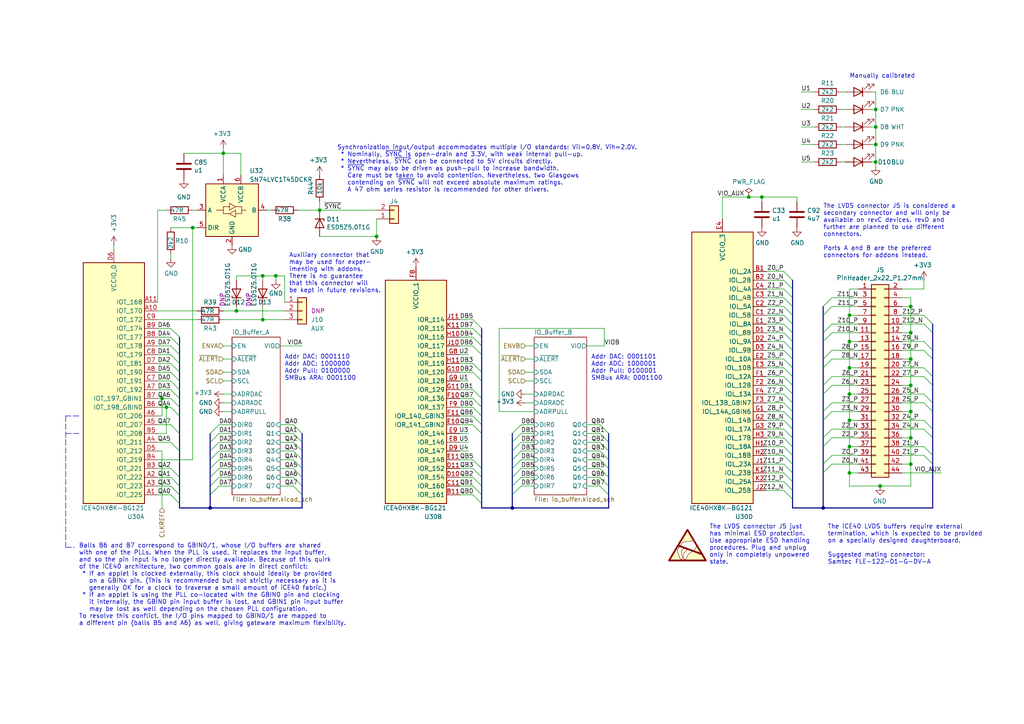
<source format=kicad_sch>
(kicad_sch (version 20211123) (generator eeschema)
  (paper "A4")
  (title_block (title "I/O Banks") (rev "C2") (company "whitequark research") (comment 1 "Glasgow debug tool"))
  (junction (at 46.99 115.57))
  (junction (at 264.16 111.76))
  (junction (at 264.16 104.14))
  (junction (at 246.38 106.68))
  (junction (at 246.38 129.54))
  (junction (at 264.16 134.62))
  (junction (at 246.38 91.44))
  (junction (at 148.59 147.32))
  (junction (at 60.96 147.32))
  (junction (at 217.17 57.15))
  (junction (at 55.88 66.04))
  (junction (at 80.01 80.01))
  (junction (at 264.16 96.52))
  (junction (at 48.26 118.11))
  (junction (at 264.16 88.9))
  (junction (at 68.58 90.17))
  (junction (at 238.76 147.32))
  (junction (at 254 31.75))
  (junction (at 254 46.99))
  (junction (at 64.77 44.45))
  (junction (at 255.27 140.97))
  (junction (at 246.38 114.3))
  (junction (at 264.16 127))
  (junction (at 109.22 68.58))
  (junction (at 246.38 121.92))
  (junction (at 254 41.91))
  (junction (at 264.16 119.38))
  (junction (at 76.2 80.01))
  (junction (at 254 36.83))
  (junction (at 246.38 99.06))
  (junction (at 76.2 92.71))
  (junction (at 220.98 57.15))
  (junction (at 246.38 137.16))
  (junction (at 92.71 60.96))
  (bus_entry (at 63.5 128.27) (size -2.54 2.54))
  (bus_entry (at 227.33 96.52) (size 2.54 2.54))
  (bus_entry (at 227.33 106.68) (size 2.54 2.54))
  (bus_entry (at 85.09 128.27) (size 2.54 2.54))
  (bus_entry (at 49.53 105.41) (size 2.54 2.54))
  (bus_entry (at 85.09 133.35) (size 2.54 2.54))
  (bus_entry (at 227.33 142.24) (size 2.54 2.54))
  (bus_entry (at 227.33 134.62) (size 2.54 2.54))
  (bus_entry (at 267.97 129.54) (size 2.54 2.54))
  (bus_entry (at 267.97 106.68) (size 2.54 2.54))
  (bus_entry (at 49.53 143.51) (size 2.54 2.54))
  (bus_entry (at 63.5 123.19) (size -2.54 2.54))
  (bus_entry (at 227.33 137.16) (size 2.54 2.54))
  (bus_entry (at 137.16 120.65) (size 2.54 2.54))
  (bus_entry (at 137.16 107.95) (size 2.54 2.54))
  (bus_entry (at 227.33 116.84) (size 2.54 2.54))
  (bus_entry (at 137.16 97.79) (size 2.54 2.54))
  (bus_entry (at 173.99 140.97) (size 2.54 2.54))
  (bus_entry (at 49.53 123.19) (size 2.54 2.54))
  (bus_entry (at 85.09 123.19) (size 2.54 2.54))
  (bus_entry (at 151.13 130.81) (size -2.54 2.54))
  (bus_entry (at 137.16 95.25) (size 2.54 2.54))
  (bus_entry (at 241.3 86.36) (size -2.54 2.54))
  (bus_entry (at 63.5 135.89) (size -2.54 2.54))
  (bus_entry (at 227.33 88.9) (size 2.54 2.54))
  (bus_entry (at 227.33 124.46) (size 2.54 2.54))
  (bus_entry (at 49.53 140.97) (size 2.54 2.54))
  (bus_entry (at 241.3 124.46) (size -2.54 2.54))
  (bus_entry (at 227.33 91.44) (size 2.54 2.54))
  (bus_entry (at 227.33 114.3) (size 2.54 2.54))
  (bus_entry (at 227.33 111.76) (size 2.54 2.54))
  (bus_entry (at 85.09 125.73) (size 2.54 2.54))
  (bus_entry (at 227.33 109.22) (size 2.54 2.54))
  (bus_entry (at 227.33 101.6) (size 2.54 2.54))
  (bus_entry (at 49.53 113.03) (size 2.54 2.54))
  (bus_entry (at 49.53 95.25) (size 2.54 2.54))
  (bus_entry (at 227.33 83.82) (size 2.54 2.54))
  (bus_entry (at 49.53 100.33) (size 2.54 2.54))
  (bus_entry (at 85.09 135.89) (size 2.54 2.54))
  (bus_entry (at 137.16 118.11) (size 2.54 2.54))
  (bus_entry (at 241.3 104.14) (size -2.54 2.54))
  (bus_entry (at 227.33 121.92) (size 2.54 2.54))
  (bus_entry (at 173.99 130.81) (size 2.54 2.54))
  (bus_entry (at 151.13 135.89) (size -2.54 2.54))
  (bus_entry (at 63.5 125.73) (size -2.54 2.54))
  (bus_entry (at 63.5 140.97) (size -2.54 2.54))
  (bus_entry (at 267.97 132.08) (size 2.54 2.54))
  (bus_entry (at 49.53 135.89) (size 2.54 2.54))
  (bus_entry (at 63.5 133.35) (size -2.54 2.54))
  (bus_entry (at 267.97 121.92) (size 2.54 2.54))
  (bus_entry (at 241.3 111.76) (size -2.54 2.54))
  (bus_entry (at 85.09 138.43) (size 2.54 2.54))
  (bus_entry (at 137.16 115.57) (size 2.54 2.54))
  (bus_entry (at 267.97 91.44) (size 2.54 2.54))
  (bus_entry (at 49.53 128.27) (size 2.54 2.54))
  (bus_entry (at 173.99 128.27) (size 2.54 2.54))
  (bus_entry (at 49.53 110.49) (size 2.54 2.54))
  (bus_entry (at 227.33 104.14) (size 2.54 2.54))
  (bus_entry (at 137.16 135.89) (size 2.54 2.54))
  (bus_entry (at 137.16 123.19) (size 2.54 2.54))
  (bus_entry (at 267.97 109.22) (size 2.54 2.54))
  (bus_entry (at 267.97 101.6) (size 2.54 2.54))
  (bus_entry (at 173.99 135.89) (size 2.54 2.54))
  (bus_entry (at 49.53 118.11) (size 2.54 2.54))
  (bus_entry (at 173.99 125.73) (size 2.54 2.54))
  (bus_entry (at 267.97 116.84) (size 2.54 2.54))
  (bus_entry (at 151.13 123.19) (size -2.54 2.54))
  (bus_entry (at 173.99 123.19) (size 2.54 2.54))
  (bus_entry (at 267.97 124.46) (size 2.54 2.54))
  (bus_entry (at 63.5 130.81) (size -2.54 2.54))
  (bus_entry (at 241.3 93.98) (size -2.54 2.54))
  (bus_entry (at 137.16 140.97) (size 2.54 2.54))
  (bus_entry (at 49.53 115.57) (size 2.54 2.54))
  (bus_entry (at 151.13 133.35) (size -2.54 2.54))
  (bus_entry (at 227.33 78.74) (size 2.54 2.54))
  (bus_entry (at 241.3 109.22) (size -2.54 2.54))
  (bus_entry (at 85.09 130.81) (size 2.54 2.54))
  (bus_entry (at 241.3 101.6) (size -2.54 2.54))
  (bus_entry (at 267.97 114.3) (size 2.54 2.54))
  (bus_entry (at 227.33 139.7) (size 2.54 2.54))
  (bus_entry (at 241.3 88.9) (size -2.54 2.54))
  (bus_entry (at 173.99 133.35) (size 2.54 2.54))
  (bus_entry (at 137.16 92.71) (size 2.54 2.54))
  (bus_entry (at 241.3 127) (size -2.54 2.54))
  (bus_entry (at 227.33 119.38) (size 2.54 2.54))
  (bus_entry (at 267.97 93.98) (size 2.54 2.54))
  (bus_entry (at 137.16 113.03) (size 2.54 2.54))
  (bus_entry (at 227.33 93.98) (size 2.54 2.54))
  (bus_entry (at 227.33 99.06) (size 2.54 2.54))
  (bus_entry (at 137.16 143.51) (size 2.54 2.54))
  (bus_entry (at 137.16 133.35) (size 2.54 2.54))
  (bus_entry (at 241.3 96.52) (size -2.54 2.54))
  (bus_entry (at 151.13 125.73) (size -2.54 2.54))
  (bus_entry (at 241.3 116.84) (size -2.54 2.54))
  (bus_entry (at 227.33 132.08) (size 2.54 2.54))
  (bus_entry (at 49.53 102.87) (size 2.54 2.54))
  (bus_entry (at 151.13 140.97) (size -2.54 2.54))
  (bus_entry (at 49.53 97.79) (size 2.54 2.54))
  (bus_entry (at 85.09 140.97) (size 2.54 2.54))
  (bus_entry (at 241.3 134.62) (size -2.54 2.54))
  (bus_entry (at 227.33 81.28) (size 2.54 2.54))
  (bus_entry (at 137.16 105.41) (size 2.54 2.54))
  (bus_entry (at 151.13 138.43) (size -2.54 2.54))
  (bus_entry (at 241.3 132.08) (size -2.54 2.54))
  (bus_entry (at 241.3 119.38) (size -2.54 2.54))
  (bus_entry (at 49.53 138.43) (size 2.54 2.54))
  (bus_entry (at 227.33 127) (size 2.54 2.54))
  (bus_entry (at 63.5 138.43) (size -2.54 2.54))
  (bus_entry (at 227.33 86.36) (size 2.54 2.54))
  (bus_entry (at 137.16 138.43) (size 2.54 2.54))
  (bus_entry (at 49.53 107.95) (size 2.54 2.54))
  (bus_entry (at 151.13 128.27) (size -2.54 2.54))
  (bus_entry (at 173.99 138.43) (size 2.54 2.54))
  (bus_entry (at 137.16 100.33) (size 2.54 2.54))
  (bus_entry (at 227.33 129.54) (size 2.54 2.54))
  (bus_entry (at 267.97 99.06) (size 2.54 2.54))
  (bus (pts (xy 52.07 147.32) (xy 60.96 147.32)))
  (wire (pts (xy 245.11 46.99) (xy 243.84 46.99)))
  (bus (pts (xy 229.87 127) (xy 229.87 129.54)))
  (wire (pts (xy 133.35 110.49) (xy 135.89 110.49)))
  (bus (pts (xy 60.96 133.35) (xy 60.96 135.89)))
  (wire (pts (xy 33.02 72.39) (xy 33.02 71.12)))
  (bus (pts (xy 238.76 127) (xy 238.76 129.54)))
  (bus (pts (xy 229.87 86.36) (xy 229.87 88.9)))
  (bus (pts (xy 139.7 135.89) (xy 139.7 138.43)))
  (wire (pts (xy 252.73 46.99) (xy 254 46.99)))
  (bus (pts (xy 60.96 143.51) (xy 60.96 147.32)))
  (wire (pts (xy 261.62 121.92) (xy 267.97 121.92)))
  (wire (pts (xy 76.2 88.9) (xy 76.2 92.71)))
  (wire (pts (xy 144.78 119.38) (xy 154.94 119.38)))
  (bus (pts (xy 87.63 128.27) (xy 87.63 130.81)))
  (wire (pts (xy 133.35 125.73) (xy 135.89 125.73)))
  (bus (pts (xy 176.53 140.97) (xy 176.53 143.51)))
  (wire (pts (xy 64.77 92.71) (xy 76.2 92.71)))
  (wire (pts (xy 55.88 60.96) (xy 57.15 60.96)))
  (wire (pts (xy 109.22 63.5) (xy 109.22 68.58)))
  (wire (pts (xy 248.92 121.92) (xy 246.38 121.92)))
  (bus (pts (xy 270.51 124.46) (xy 270.51 127)))
  (wire (pts (xy 137.16 115.57) (xy 133.35 115.57)))
  (wire (pts (xy 49.53 105.41) (xy 45.72 105.41)))
  (wire (pts (xy 49.53 73.66) (xy 49.53 74.93)))
  (bus (pts (xy 238.76 88.9) (xy 238.76 91.44)))
  (bus (pts (xy 139.7 123.19) (xy 139.7 125.73)))
  (wire (pts (xy 67.31 125.73) (xy 63.5 125.73)))
  (bus (pts (xy 229.87 101.6) (xy 229.87 104.14)))
  (bus (pts (xy 238.76 119.38) (xy 238.76 121.92)))
  (wire (pts (xy 45.72 60.96) (xy 48.26 60.96)))
  (bus (pts (xy 52.07 140.97) (xy 52.07 143.51)))
  (bus (pts (xy 60.96 138.43) (xy 60.96 140.97)))
  (bus (pts (xy 238.76 114.3) (xy 238.76 119.38)))
  (bus (pts (xy 139.7 110.49) (xy 139.7 115.57)))
  (bus (pts (xy 52.07 146.05) (xy 52.07 147.32)))
  (wire (pts (xy 45.72 90.17) (xy 57.15 90.17)))
  (wire (pts (xy 45.72 128.27) (xy 49.53 128.27)))
  (wire (pts (xy 68.58 90.17) (xy 82.55 90.17)))
  (wire (pts (xy 63.5 123.19) (xy 67.31 123.19)))
  (bus (pts (xy 238.76 104.14) (xy 238.76 106.68)))
  (wire (pts (xy 45.72 125.73) (xy 48.26 125.73)))
  (bus (pts (xy 52.07 113.03) (xy 52.07 115.57)))
  (wire (pts (xy 245.11 31.75) (xy 243.84 31.75)))
  (wire (pts (xy 264.16 119.38) (xy 261.62 119.38)))
  (wire (pts (xy 137.16 95.25) (xy 133.35 95.25)))
  (wire (pts (xy 222.25 134.62) (xy 227.33 134.62)))
  (bus (pts (xy 52.07 102.87) (xy 52.07 105.41)))
  (wire (pts (xy 133.35 113.03) (xy 137.16 113.03)))
  (wire (pts (xy 92.71 58.42) (xy 92.71 60.96)))
  (bus (pts (xy 229.87 132.08) (xy 229.87 134.62)))
  (wire (pts (xy 261.62 88.9) (xy 264.16 88.9)))
  (wire (pts (xy 69.85 44.45) (xy 69.85 50.8)))
  (wire (pts (xy 67.31 107.95) (xy 64.77 107.95)))
  (wire (pts (xy 45.72 92.71) (xy 57.15 92.71)))
  (wire (pts (xy 261.62 127) (xy 264.16 127)))
  (wire (pts (xy 222.25 101.6) (xy 227.33 101.6)))
  (bus (pts (xy 229.87 106.68) (xy 229.87 109.22)))
  (bus (pts (xy 176.53 135.89) (xy 176.53 138.43)))
  (bus (pts (xy 229.87 144.78) (xy 229.87 147.32)))
  (bus (pts (xy 270.51 116.84) (xy 270.51 119.38)))
  (wire (pts (xy 64.77 110.49) (xy 67.31 110.49)))
  (wire (pts (xy 137.16 133.35) (xy 133.35 133.35)))
  (wire (pts (xy 246.38 106.68) (xy 246.38 114.3)))
  (bus (pts (xy 229.87 99.06) (xy 229.87 101.6)))
  (bus (pts (xy 176.53 125.73) (xy 176.53 128.27)))
  (wire (pts (xy 64.77 90.17) (xy 68.58 90.17)))
  (wire (pts (xy 77.47 60.96) (xy 78.74 60.96)))
  (bus (pts (xy 148.59 128.27) (xy 148.59 130.81)))
  (bus (pts (xy 270.51 96.52) (xy 270.51 101.6)))
  (wire (pts (xy 222.25 124.46) (xy 227.33 124.46)))
  (wire (pts (xy 67.31 116.84) (xy 64.77 116.84)))
  (wire (pts (xy 133.35 123.19) (xy 137.16 123.19)))
  (wire (pts (xy 261.62 86.36) (xy 264.16 86.36)))
  (bus (pts (xy 87.63 130.81) (xy 87.63 133.35)))
  (wire (pts (xy 246.38 99.06) (xy 246.38 106.68)))
  (wire (pts (xy 173.99 135.89) (xy 170.18 135.89)))
  (wire (pts (xy 246.38 137.16) (xy 246.38 140.97)))
  (wire (pts (xy 264.16 134.62) (xy 261.62 134.62)))
  (wire (pts (xy 137.16 100.33) (xy 133.35 100.33)))
  (wire (pts (xy 67.31 135.89) (xy 63.5 135.89)))
  (wire (pts (xy 45.72 60.96) (xy 45.72 87.63)))
  (bus (pts (xy 60.96 135.89) (xy 60.96 138.43)))
  (bus (pts (xy 148.59 125.73) (xy 148.59 128.27)))
  (bus (pts (xy 229.87 83.82) (xy 229.87 86.36)))
  (wire (pts (xy 261.62 114.3) (xy 267.97 114.3)))
  (wire (pts (xy 81.28 123.19) (xy 85.09 123.19)))
  (bus (pts (xy 229.87 93.98) (xy 229.87 96.52)))
  (bus (pts (xy 176.53 143.51) (xy 176.53 147.32)))
  (bus (pts (xy 60.96 140.97) (xy 60.96 143.51)))
  (bus (pts (xy 229.87 142.24) (xy 229.87 144.78)))
  (wire (pts (xy 232.41 46.99) (xy 236.22 46.99)))
  (bus (pts (xy 229.87 119.38) (xy 229.87 121.92)))
  (bus (pts (xy 52.07 125.73) (xy 52.07 130.81)))
  (wire (pts (xy 222.25 106.68) (xy 227.33 106.68)))
  (wire (pts (xy 152.4 116.84) (xy 154.94 116.84)))
  (bus (pts (xy 139.7 146.05) (xy 139.7 147.32)))
  (wire (pts (xy 154.94 135.89) (xy 151.13 135.89)))
  (wire (pts (xy 264.16 127) (xy 264.16 134.62)))
  (bus (pts (xy 60.96 128.27) (xy 60.96 130.81)))
  (bus (pts (xy 52.07 115.57) (xy 52.07 118.11)))
  (bus (pts (xy 238.76 129.54) (xy 238.76 134.62)))
  (wire (pts (xy 133.35 118.11) (xy 137.16 118.11)))
  (wire (pts (xy 81.28 138.43) (xy 85.09 138.43)))
  (wire (pts (xy 170.18 128.27) (xy 173.99 128.27)))
  (wire (pts (xy 261.62 99.06) (xy 267.97 99.06)))
  (bus (pts (xy 148.59 135.89) (xy 148.59 138.43)))
  (wire (pts (xy 133.35 128.27) (xy 135.89 128.27)))
  (bus (pts (xy 139.7 97.79) (xy 139.7 100.33)))
  (wire (pts (xy 67.31 130.81) (xy 63.5 130.81)))
  (wire (pts (xy 137.16 138.43) (xy 133.35 138.43)))
  (wire (pts (xy 217.17 57.15) (xy 220.98 57.15)))
  (wire (pts (xy 46.99 120.65) (xy 46.99 115.57)))
  (wire (pts (xy 49.53 110.49) (xy 45.72 110.49)))
  (wire (pts (xy 209.55 57.15) (xy 217.17 57.15)))
  (wire (pts (xy 264.16 104.14) (xy 264.16 111.76)))
  (wire (pts (xy 45.72 107.95) (xy 49.53 107.95)))
  (wire (pts (xy 261.62 111.76) (xy 264.16 111.76)))
  (wire (pts (xy 133.35 102.87) (xy 135.89 102.87)))
  (wire (pts (xy 254 26.67) (xy 252.73 26.67)))
  (wire (pts (xy 264.16 140.97) (xy 255.27 140.97)))
  (wire (pts (xy 264.16 111.76) (xy 264.16 119.38)))
  (bus (pts (xy 148.59 140.97) (xy 148.59 143.51)))
  (wire (pts (xy 241.3 101.6) (xy 248.92 101.6)))
  (wire (pts (xy 152.4 100.33) (xy 154.94 100.33)))
  (wire (pts (xy 154.94 130.81) (xy 151.13 130.81)))
  (wire (pts (xy 264.16 96.52) (xy 264.16 104.14)))
  (wire (pts (xy 248.92 134.62) (xy 241.3 134.62)))
  (wire (pts (xy 241.3 109.22) (xy 248.92 109.22)))
  (bus (pts (xy 87.63 135.89) (xy 87.63 138.43)))
  (wire (pts (xy 254 46.99) (xy 254 48.26)))
  (wire (pts (xy 248.92 106.68) (xy 246.38 106.68)))
  (wire (pts (xy 45.72 120.65) (xy 46.99 120.65)))
  (wire (pts (xy 264.16 104.14) (xy 261.62 104.14)))
  (bus (pts (xy 229.87 134.62) (xy 229.87 137.16)))
  (wire (pts (xy 81.28 140.97) (xy 85.09 140.97)))
  (wire (pts (xy 175.26 95.25) (xy 144.78 95.25)))
  (wire (pts (xy 49.53 95.25) (xy 45.72 95.25)))
  (wire (pts (xy 53.34 44.45) (xy 64.77 44.45)))
  (bus (pts (xy 60.96 125.73) (xy 60.96 128.27)))
  (wire (pts (xy 154.94 125.73) (xy 151.13 125.73)))
  (wire (pts (xy 248.92 114.3) (xy 246.38 114.3)))
  (wire (pts (xy 264.16 134.62) (xy 264.16 140.97)))
  (bus (pts (xy 229.87 88.9) (xy 229.87 91.44)))
  (bus (pts (xy 270.51 104.14) (xy 270.51 109.22)))
  (bus (pts (xy 229.87 121.92) (xy 229.87 124.46)))
  (wire (pts (xy 45.72 133.35) (xy 55.88 133.35)))
  (wire (pts (xy 133.35 105.41) (xy 137.16 105.41)))
  (bus (pts (xy 229.87 109.22) (xy 229.87 111.76)))
  (bus (pts (xy 229.87 139.7) (xy 229.87 142.24)))
  (wire (pts (xy 261.62 91.44) (xy 267.97 91.44)))
  (wire (pts (xy 232.41 26.67) (xy 236.22 26.67)))
  (wire (pts (xy 68.58 88.9) (xy 68.58 90.17)))
  (wire (pts (xy 264.16 119.38) (xy 264.16 127)))
  (wire (pts (xy 133.35 97.79) (xy 137.16 97.79)))
  (bus (pts (xy 52.07 130.81) (xy 52.07 138.43)))
  (bus (pts (xy 229.87 137.16) (xy 229.87 139.7)))
  (wire (pts (xy 151.13 128.27) (xy 154.94 128.27)))
  (bus (pts (xy 60.96 147.32) (xy 87.63 147.32)))
  (wire (pts (xy 241.3 132.08) (xy 248.92 132.08)))
  (bus (pts (xy 52.07 105.41) (xy 52.07 107.95)))
  (wire (pts (xy 152.4 107.95) (xy 154.94 107.95)))
  (bus (pts (xy 87.63 133.35) (xy 87.63 135.89)))
  (wire (pts (xy 232.41 31.75) (xy 236.22 31.75)))
  (bus (pts (xy 229.87 124.46) (xy 229.87 127)))
  (wire (pts (xy 49.53 115.57) (xy 46.99 115.57)))
  (wire (pts (xy 248.92 111.76) (xy 241.3 111.76)))
  (wire (pts (xy 243.84 26.67) (xy 245.11 26.67)))
  (wire (pts (xy 222.25 127) (xy 227.33 127)))
  (bus (pts (xy 270.51 147.32) (xy 238.76 147.32)))
  (bus (pts (xy 270.51 111.76) (xy 270.51 116.84)))
  (wire (pts (xy 46.99 130.81) (xy 46.99 147.32)))
  (wire (pts (xy 81.28 135.89) (xy 85.09 135.89)))
  (wire (pts (xy 222.25 86.36) (xy 227.33 86.36)))
  (wire (pts (xy 57.15 66.04) (xy 55.88 66.04)))
  (bus (pts (xy 52.07 100.33) (xy 52.07 102.87)))
  (bus (pts (xy 148.59 147.32) (xy 176.53 147.32)))
  (wire (pts (xy 222.25 99.06) (xy 227.33 99.06)))
  (wire (pts (xy 248.92 104.14) (xy 241.3 104.14)))
  (polyline (pts (xy 19.05 158.75) (xy 21.59 158.75)))
  (bus (pts (xy 52.07 110.49) (xy 52.07 113.03)))
  (wire (pts (xy 137.16 120.65) (xy 133.35 120.65)))
  (wire (pts (xy 64.77 44.45) (xy 69.85 44.45)))
  (wire (pts (xy 245.11 36.83) (xy 243.84 36.83)))
  (bus (pts (xy 87.63 140.97) (xy 87.63 143.51)))
  (wire (pts (xy 55.88 66.04) (xy 55.88 133.35)))
  (wire (pts (xy 151.13 123.19) (xy 154.94 123.19)))
  (bus (pts (xy 139.7 100.33) (xy 139.7 102.87)))
  (bus (pts (xy 139.7 143.51) (xy 139.7 146.05)))
  (wire (pts (xy 248.92 119.38) (xy 241.3 119.38)))
  (wire (pts (xy 267.97 101.6) (xy 261.62 101.6)))
  (wire (pts (xy 133.35 140.97) (xy 137.16 140.97)))
  (bus (pts (xy 148.59 143.51) (xy 148.59 147.32)))
  (wire (pts (xy 137.16 143.51) (xy 133.35 143.51)))
  (wire (pts (xy 48.26 118.11) (xy 49.53 118.11)))
  (bus (pts (xy 238.76 111.76) (xy 238.76 114.3)))
  (wire (pts (xy 222.25 88.9) (xy 227.33 88.9)))
  (wire (pts (xy 267.97 83.82) (xy 261.62 83.82)))
  (wire (pts (xy 222.25 93.98) (xy 227.33 93.98)))
  (bus (pts (xy 229.87 104.14) (xy 229.87 106.68)))
  (wire (pts (xy 222.25 121.92) (xy 227.33 121.92)))
  (wire (pts (xy 144.78 95.25) (xy 144.78 119.38)))
  (wire (pts (xy 222.25 114.3) (xy 227.33 114.3)))
  (bus (pts (xy 176.53 130.81) (xy 176.53 133.35)))
  (wire (pts (xy 175.26 100.33) (xy 175.26 95.25)))
  (wire (pts (xy 64.77 44.45) (xy 64.77 50.8)))
  (wire (pts (xy 48.26 125.73) (xy 48.26 118.11)))
  (wire (pts (xy 222.25 109.22) (xy 227.33 109.22)))
  (wire (pts (xy 64.77 100.33) (xy 67.31 100.33)))
  (wire (pts (xy 76.2 80.01) (xy 76.2 81.28)))
  (wire (pts (xy 133.35 135.89) (xy 137.16 135.89)))
  (wire (pts (xy 246.38 114.3) (xy 246.38 121.92)))
  (bus (pts (xy 238.76 137.16) (xy 238.76 147.32)))
  (wire (pts (xy 241.3 116.84) (xy 248.92 116.84)))
  (wire (pts (xy 154.94 140.97) (xy 151.13 140.97)))
  (bus (pts (xy 270.51 119.38) (xy 270.51 124.46)))
  (wire (pts (xy 49.53 138.43) (xy 45.72 138.43)))
  (wire (pts (xy 46.99 115.57) (xy 45.72 115.57)))
  (bus (pts (xy 139.7 95.25) (xy 139.7 97.79)))
  (wire (pts (xy 267.97 116.84) (xy 261.62 116.84)))
  (bus (pts (xy 270.51 101.6) (xy 270.51 104.14)))
  (wire (pts (xy 45.72 123.19) (xy 49.53 123.19)))
  (wire (pts (xy 64.77 104.14) (xy 67.31 104.14)))
  (bus (pts (xy 139.7 107.95) (xy 139.7 110.49)))
  (wire (pts (xy 264.16 88.9) (xy 264.16 96.52)))
  (wire (pts (xy 220.98 57.15) (xy 231.14 57.15)))
  (wire (pts (xy 45.72 140.97) (xy 49.53 140.97)))
  (wire (pts (xy 246.38 129.54) (xy 246.38 137.16)))
  (wire (pts (xy 170.18 123.19) (xy 173.99 123.19)))
  (wire (pts (xy 220.98 58.42) (xy 220.98 57.15)))
  (wire (pts (xy 222.25 132.08) (xy 227.33 132.08)))
  (wire (pts (xy 45.72 97.79) (xy 49.53 97.79)))
  (wire (pts (xy 254 41.91) (xy 254 46.99)))
  (bus (pts (xy 238.76 106.68) (xy 238.76 111.76)))
  (bus (pts (xy 176.53 138.43) (xy 176.53 140.97)))
  (wire (pts (xy 222.25 83.82) (xy 227.33 83.82)))
  (wire (pts (xy 222.25 96.52) (xy 227.33 96.52)))
  (bus (pts (xy 229.87 91.44) (xy 229.87 93.98)))
  (wire (pts (xy 241.3 124.46) (xy 248.92 124.46)))
  (polyline (pts (xy 22.86 120.65) (xy 19.05 120.65)))
  (wire (pts (xy 248.92 129.54) (xy 246.38 129.54)))
  (wire (pts (xy 170.18 100.33) (xy 175.26 100.33)))
  (wire (pts (xy 82.55 80.01) (xy 82.55 87.63)))
  (wire (pts (xy 92.71 68.58) (xy 109.22 68.58)))
  (wire (pts (xy 232.41 36.83) (xy 236.22 36.83)))
  (bus (pts (xy 229.87 114.3) (xy 229.87 116.84)))
  (bus (pts (xy 148.59 133.35) (xy 148.59 135.89)))
  (wire (pts (xy 222.25 119.38) (xy 227.33 119.38)))
  (wire (pts (xy 248.92 137.16) (xy 246.38 137.16)))
  (bus (pts (xy 176.53 128.27) (xy 176.53 130.81)))
  (wire (pts (xy 173.99 125.73) (xy 170.18 125.73)))
  (bus (pts (xy 52.07 138.43) (xy 52.07 140.97)))
  (bus (pts (xy 139.7 147.32) (xy 148.59 147.32)))
  (wire (pts (xy 80.01 80.01) (xy 76.2 80.01)))
  (wire (pts (xy 246.38 121.92) (xy 246.38 129.54)))
  (bus (pts (xy 229.87 81.28) (xy 229.87 83.82)))
  (bus (pts (xy 229.87 111.76) (xy 229.87 114.3)))
  (wire (pts (xy 267.97 81.28) (xy 267.97 83.82)))
  (wire (pts (xy 222.25 104.14) (xy 227.33 104.14)))
  (wire (pts (xy 222.25 139.7) (xy 227.33 139.7)))
  (bus (pts (xy 238.76 91.44) (xy 238.76 96.52)))
  (polyline (pts (xy 19.05 125.73) (xy 22.86 125.73)))
  (wire (pts (xy 49.53 66.04) (xy 55.88 66.04)))
  (wire (pts (xy 241.3 93.98) (xy 248.92 93.98)))
  (wire (pts (xy 248.92 88.9) (xy 241.3 88.9)))
  (bus (pts (xy 52.07 120.65) (xy 52.07 125.73)))
  (wire (pts (xy 45.72 118.11) (xy 48.26 118.11)))
  (wire (pts (xy 81.28 133.35) (xy 85.09 133.35)))
  (bus (pts (xy 229.87 116.84) (xy 229.87 119.38)))
  (bus (pts (xy 270.51 127) (xy 270.51 132.08)))
  (bus (pts (xy 139.7 102.87) (xy 139.7 107.95)))
  (bus (pts (xy 229.87 96.52) (xy 229.87 99.06)))
  (wire (pts (xy 248.92 127) (xy 241.3 127)))
  (wire (pts (xy 67.31 140.97) (xy 63.5 140.97)))
  (bus (pts (xy 238.76 99.06) (xy 238.76 104.14)))
  (wire (pts (xy 45.72 102.87) (xy 49.53 102.87)))
  (bus (pts (xy 52.07 143.51) (xy 52.07 146.05)))
  (bus (pts (xy 148.59 138.43) (xy 148.59 140.97)))
  (bus (pts (xy 238.76 96.52) (xy 238.76 99.06)))
  (wire (pts (xy 49.53 135.89) (xy 45.72 135.89)))
  (wire (pts (xy 170.18 133.35) (xy 173.99 133.35)))
  (wire (pts (xy 248.92 99.06) (xy 246.38 99.06)))
  (wire (pts (xy 49.53 143.51) (xy 45.72 143.51)))
  (wire (pts (xy 45.72 113.03) (xy 49.53 113.03)))
  (bus (pts (xy 139.7 138.43) (xy 139.7 140.97)))
  (wire (pts (xy 245.11 41.91) (xy 243.84 41.91)))
  (wire (pts (xy 81.28 128.27) (xy 85.09 128.27)))
  (wire (pts (xy 261.62 129.54) (xy 267.97 129.54)))
  (bus (pts (xy 139.7 115.57) (xy 139.7 118.11)))
  (wire (pts (xy 246.38 83.82) (xy 246.38 91.44)))
  (wire (pts (xy 254 36.83) (xy 254 41.91)))
  (wire (pts (xy 64.77 119.38) (xy 67.31 119.38)))
  (bus (pts (xy 176.53 133.35) (xy 176.53 135.89)))
  (wire (pts (xy 222.25 91.44) (xy 227.33 91.44)))
  (wire (pts (xy 68.58 80.01) (xy 68.58 81.28)))
  (wire (pts (xy 261.62 137.16) (xy 273.05 137.16)))
  (wire (pts (xy 45.72 130.81) (xy 46.99 130.81)))
  (wire (pts (xy 81.28 130.81) (xy 85.09 130.81)))
  (bus (pts (xy 238.76 121.92) (xy 238.76 127)))
  (bus (pts (xy 52.07 118.11) (xy 52.07 120.65)))
  (wire (pts (xy 49.53 100.33) (xy 45.72 100.33)))
  (bus (pts (xy 139.7 125.73) (xy 139.7 135.89)))
  (bus (pts (xy 87.63 143.51) (xy 87.63 147.32)))
  (wire (pts (xy 80.01 80.01) (xy 80.01 81.28)))
  (bus (pts (xy 238.76 147.32) (xy 229.87 147.32)))
  (wire (pts (xy 248.92 96.52) (xy 241.3 96.52)))
  (wire (pts (xy 222.25 142.24) (xy 227.33 142.24)))
  (wire (pts (xy 255.27 140.97) (xy 246.38 140.97)))
  (wire (pts (xy 76.2 80.01) (xy 68.58 80.01)))
  (wire (pts (xy 63.5 133.35) (xy 67.31 133.35)))
  (bus (pts (xy 87.63 138.43) (xy 87.63 140.97)))
  (bus (pts (xy 87.63 125.73) (xy 87.63 128.27)))
  (wire (pts (xy 154.94 110.49) (xy 152.4 110.49)))
  (wire (pts (xy 222.25 129.54) (xy 227.33 129.54)))
  (wire (pts (xy 252.73 31.75) (xy 254 31.75)))
  (wire (pts (xy 261.62 96.52) (xy 264.16 96.52)))
  (bus (pts (xy 270.51 132.08) (xy 270.51 134.62)))
  (wire (pts (xy 261.62 106.68) (xy 267.97 106.68)))
  (wire (pts (xy 209.55 57.15) (xy 209.55 63.5)))
  (wire (pts (xy 151.13 138.43) (xy 154.94 138.43)))
  (wire (pts (xy 222.25 137.16) (xy 227.33 137.16)))
  (wire (pts (xy 254 41.91) (xy 252.73 41.91)))
  (wire (pts (xy 267.97 124.46) (xy 261.62 124.46)))
  (bus (pts (xy 139.7 120.65) (xy 139.7 123.19)))
  (wire (pts (xy 231.14 57.15) (xy 231.14 58.42)))
  (wire (pts (xy 173.99 140.97) (xy 170.18 140.97)))
  (wire (pts (xy 86.36 60.96) (xy 92.71 60.96)))
  (wire (pts (xy 222.25 78.74) (xy 227.33 78.74)))
  (polyline (pts (xy 19.05 120.65) (xy 19.05 158.75)))
  (wire (pts (xy 152.4 104.14) (xy 154.94 104.14)))
  (wire (pts (xy 152.4 114.3) (xy 154.94 114.3)))
  (wire (pts (xy 64.77 44.45) (xy 64.77 43.18)))
  (wire (pts (xy 133.35 130.81) (xy 135.89 130.81)))
  (wire (pts (xy 81.28 125.73) (xy 85.09 125.73)))
  (wire (pts (xy 264.16 86.36) (xy 264.16 88.9)))
  (wire (pts (xy 222.25 116.84) (xy 227.33 116.84)))
  (bus (pts (xy 148.59 130.81) (xy 148.59 133.35)))
  (wire (pts (xy 222.25 81.28) (xy 227.33 81.28)))
  (wire (pts (xy 267.97 93.98) (xy 261.62 93.98)))
  (bus (pts (xy 139.7 118.11) (xy 139.7 120.65)))
  (wire (pts (xy 248.92 91.44) (xy 246.38 91.44)))
  (wire (pts (xy 232.41 41.91) (xy 236.22 41.91)))
  (bus (pts (xy 270.51 93.98) (xy 270.51 96.52)))
  (wire (pts (xy 76.2 92.71) (xy 82.55 92.71)))
  (bus (pts (xy 229.87 129.54) (xy 229.87 132.08)))
  (wire (pts (xy 92.71 60.96) (xy 109.22 60.96)))
  (wire (pts (xy 248.92 83.82) (xy 246.38 83.82)))
  (bus (pts (xy 60.96 130.81) (xy 60.96 133.35)))
  (bus (pts (xy 52.07 107.95) (xy 52.07 110.49)))
  (wire (pts (xy 137.16 107.95) (xy 133.35 107.95)))
  (wire (pts (xy 63.5 138.43) (xy 67.31 138.43)))
  (wire (pts (xy 267.97 132.08) (xy 261.62 132.08)))
  (wire (pts (xy 64.77 114.3) (xy 67.31 114.3)))
  (wire (pts (xy 170.18 138.43) (xy 173.99 138.43)))
  (wire (pts (xy 267.97 109.22) (xy 261.62 109.22)))
  (wire (pts (xy 246.38 91.44) (xy 246.38 99.06)))
  (wire (pts (xy 63.5 128.27) (xy 67.31 128.27)))
  (wire (pts (xy 133.35 92.71) (xy 137.16 92.71)))
  (bus (pts (xy 52.07 97.79) (xy 52.07 100.33)))
  (wire (pts (xy 254 26.67) (xy 254 31.75)))
  (bus (pts (xy 238.76 134.62) (xy 238.76 137.16)))
  (bus (pts (xy 139.7 140.97) (xy 139.7 143.51)))
  (wire (pts (xy 81.28 100.33) (xy 87.63 100.33)))
  (wire (pts (xy 241.3 86.36) (xy 248.92 86.36)))
  (wire (pts (xy 173.99 130.81) (xy 170.18 130.81)))
  (wire (pts (xy 252.73 36.83) (xy 254 36.83)))
  (bus (pts (xy 270.51 109.22) (xy 270.51 111.76)))
  (bus (pts (xy 270.51 134.62) (xy 270.51 147.32)))
  (wire (pts (xy 151.13 133.35) (xy 154.94 133.35)))
  (wire (pts (xy 82.55 80.01) (xy 80.01 80.01)))
  (wire (pts (xy 222.25 111.76) (xy 227.33 111.76)))
  (wire (pts (xy 254 31.75) (xy 254 36.83)))
  (text "The LVDS connector J5 is considered a \nsecondary connector and will only be \navailable on revC devices. revD and \nfurther are planned to use different \nconnectors.\n\nPorts A and B are the preferred \nconnectors for addons instead.\n" (at 238.76 74.93 0) (effects (font (size 1.27 1.27)) (justify left bottom)))
  (text "Addr DAC: 0001101\nAddr ADC: 1000001\nAddr Pull: 0100001\nSMBus ARA: 0001100" (at 171.45 110.49 0) (effects (font (size 1.27 1.27)) (justify left bottom)))
  (text "The iCE40 LVDS buffers require external\ntermination, which is expected to be provided\non a specially designed daughterboard.\n\nSuggested mating connector:\nSamtec FLE-122-01-G-DV-A" (at 240.03 163.83 0) (effects (font (size 1.27 1.27)) (justify left bottom)))
  (text "Auxiliary connector that \nmay be used for exper-\nimenting with addons. \nThere is no guarantee \nthat this connector will\nbe kept in future revisions." (at 83.82 85.09 0) (effects (font (size 1.27 1.27)) (justify left bottom)))
  (text "Manually calibrated" (at 246.38 22.86 0) (effects (font (size 1.27 1.27)) (justify left bottom)))
  (text "Addr DAC: 0001110\nAddr ADC: 1000000\nAddr Pull: 0100000\nSMBus ARA: 0001100\n" (at 82.55 110.49 0) (effects (font (size 1.27 1.27)) (justify left bottom)))
  (text "Balls B6 and B7 correspond to GBIN0/1, whose I/O buffers are shared\nwith one of the PLLs. When the PLL is used, it replaces the input buffer,\nand so the pin input is no longer directly available. Because of this quirk\nof the iCE40 architecture, two common goals are in direct conflict:\n * If an applet is clocked externally, this clock should ideally be provided\n   on a GBINx pin. (This is recommended but not strictly necessary as it is\n   generally OK for a clock to traverse a small amount of iCE40 fabric.)\n * If an applet is using the PLL co-located with the GBIN0 pin and clocking\n   it internally, the GBIN0 pin input buffer is lost, and GBIN1 pin input buffer\n   may be lost as well depending on the chosen PLL configuration.\nTo resolve this conflict, the I/O pins mapped to GBIN0/1 are mapped to\na different pin (balls B5 and A6) as well, giving gateware maximum flexibility." (at 22.86 181.61 0) (effects (font (size 1.27 1.27)) (justify left bottom)))
  (text "Synchronization input/output accommodates multiple I/O standards: Vil=0.8V, Vih=2.0V.\n * Nominally, ~{SYNC} is open-drain and 3.3V, with weak internal pull-up.\n * Nevertheless, ~{SYNC} can be connected to 5V circuits directly.\n * ~{SYNC} may also be driven as push-pull to increase bandwidth.\n   Care must be taken to avoid contention. Nevertheless, two Glasgows \n   contending on ~{SYNC} will not exceed absolute maximum ratings.\n   A 47 ohm series resistor is recommended for other drivers." (at 97.79 55.88 0) (effects (font (size 1.27 1.27)) (justify left bottom)))
  (text "The LVDS connector J5 just \nhas minimal ESD protection.\nUse appropriate ESD handling\nprocedures. Plug and unplug \nonly in completely unpowered \nstate.\n" (at 205.74 163.83 0) (effects (font (size 1.27 1.27)) (justify left bottom)))
  (label "DB3" (at 133.35 105.41 0))
  (label "Z10_N" (at 227.33 132.08 180))
  (label "QA5" (at 45.72 128.27 0))
  (label "QB5" (at 133.35 133.35 0))
  (label "DA0" (at 45.72 110.49 0))
  (label "QA1" (at 82.55 125.73 0))
  (label "Z7_N" (at 261.62 106.68 0))
  (label "DB1" (at 133.35 113.03 0))
  (label "Z4_P" (at 261.62 121.92 0))
  (label "QA7" (at 45.72 123.19 0))
  (label "VIO_AUX" (at 215.9 57.15 180))
  (label "Z0_P" (at 248.92 132.08 180))
  (label "U1" (at 232.41 26.67 0))
  (label "DB7" (at 133.35 95.25 0))
  (label "Z8_N" (at 248.92 104.14 180))
  (label "Z2_N" (at 227.33 91.44 180))
  (label "Z1_P" (at 227.33 83.82 180))
  (label "Z5_N" (at 261.62 114.3 0))
  (label "Z1_N" (at 261.62 129.54 0))
  (label "Z0_P" (at 227.33 78.74 180))
  (label "QA1" (at 45.72 138.43 0))
  (label "Z3_P" (at 248.92 116.84 180))
  (label "DB5" (at 133.35 92.71 0))
  (label "VIOB" (at 175.26 100.33 0))
  (label "Z7_P" (at 227.33 114.3 180))
  (label "Z5_P" (at 227.33 104.14 180))
  (label "QA6" (at 45.72 115.57 0))
  (label "DB0" (at 151.13 123.19 0))
  (label "DB2" (at 133.35 107.95 0))
  (label "Z7_N" (at 227.33 116.84 180))
  (label "Z4_N" (at 261.62 124.46 0))
  (label "DA6" (at 63.5 138.43 0))
  (label "Z2_P" (at 227.33 88.9 180))
  (label "QB7" (at 133.35 115.57 0))
  (label "DA5" (at 45.72 107.95 0))
  (label "Z5_N" (at 227.33 106.68 180))
  (label "Z2_N" (at 248.92 124.46 180))
  (label "QB0" (at 133.35 143.51 0))
  (label "DA3" (at 63.5 130.81 0))
  (label "DA2" (at 63.5 128.27 0))
  (label "QB2" (at 133.35 138.43 0))
  (label "Z12_P" (at 261.62 91.44 0))
  (label "QA3" (at 82.55 130.81 0))
  (label "Z6_N" (at 227.33 111.76 180))
  (label "DB4" (at 151.13 133.35 0))
  (label "QB6" (at 171.45 138.43 0))
  (label "U2" (at 232.41 31.75 0))
  (label "DB5" (at 151.13 135.89 0))
  (label "DA6" (at 45.72 95.25 0))
  (label "Z12_N" (at 261.62 93.98 0))
  (label "Z0_N" (at 227.33 81.28 180))
  (label "QB1" (at 133.35 140.97 0))
  (label "DA3" (at 45.72 113.03 0))
  (label "Z11_N" (at 227.33 137.16 180))
  (label "QA3" (at 45.72 140.97 0))
  (label "U1" (at 135.89 110.49 180))
  (label "Z10_P" (at 248.92 93.98 180))
  (label "DB6" (at 133.35 100.33 0))
  (label "Z9_P" (at 261.62 101.6 0))
  (label "DA2" (at 45.72 105.41 0))
  (label "U4" (at 135.89 130.81 180))
  (label "VIO_AUX" (at 273.05 137.16 180))
  (label "QA2" (at 82.55 128.27 0))
  (label "QB4" (at 133.35 123.19 0))
  (label "Z9_P" (at 227.33 124.46 180))
  (label "QA4" (at 45.72 118.11 0))
  (label "DB3" (at 151.13 130.81 0))
  (label "QA6" (at 82.55 138.43 0))
  (label "DA1" (at 63.5 125.73 0))
  (label "DA7" (at 63.5 140.97 0))
  (label "U5" (at 135.89 128.27 180))
  (label "U3" (at 135.89 125.73 180))
  (label "DA4" (at 63.5 133.35 0))
  (label "Z10_N" (at 248.92 96.52 180))
  (label "Z8_P" (at 248.92 101.6 180))
  (label "U2" (at 135.89 102.87 180))
  (label "DA5" (at 63.5 135.89 0))
  (label "Z9_N" (at 227.33 127 180))
  (label "Z6_N" (at 248.92 111.76 180))
  (label "QB5" (at 171.45 135.89 0))
  (label "Z3_P" (at 227.33 93.98 180))
  (label "Z3_N" (at 248.92 119.38 180))
  (label "Z4_N" (at 227.33 101.6 180))
  (label "Z9_N" (at 261.62 99.06 0))
  (label "Z0_N" (at 248.92 134.62 180))
  (label "QA0" (at 45.72 143.51 0))
  (label "DA7" (at 45.72 100.33 0))
  (label "Z2_P" (at 248.92 127 180))
  (label "Z1_N" (at 227.33 86.36 180))
  (label "Z11_N" (at 248.92 86.36 180))
  (label "Z6_P" (at 248.92 109.22 180))
  (label "Z5_P" (at 261.62 116.84 0))
  (label "QA0" (at 82.55 123.19 0))
  (label "~{SYNC}" (at 93.98 60.96 0))
  (label "Z12_N" (at 227.33 142.24 180))
  (label "Z10_P" (at 227.33 129.54 180))
  (label "Z6_P" (at 227.33 109.22 180))
  (label "Z12_P" (at 227.33 139.7 180))
  (label "Z4_P" (at 227.33 99.06 180))
  (label "QB3" (at 171.45 130.81 0))
  (label "Z11_P" (at 248.92 88.9 180))
  (label "DB6" (at 151.13 138.43 0))
  (label "DB7" (at 151.13 140.97 0))
  (label "DB1" (at 151.13 125.73 0))
  (label "QA2" (at 45.72 135.89 0))
  (label "QA5" (at 82.55 135.89 0))
  (label "Z8_N" (at 227.33 121.92 180))
  (label "Z3_N" (at 227.33 96.52 180))
  (label "QA4" (at 82.55 133.35 0))
  (label "QB2" (at 171.45 128.27 0))
  (label "Z7_P" (at 261.62 109.22 0))
  (label "QB6" (at 133.35 120.65 0))
  (label "DA1" (at 45.72 102.87 0))
  (label "QB1" (at 171.45 125.73 0))
  (label "DB2" (at 151.13 128.27 0))
  (label "DA4" (at 45.72 97.79 0))
  (label "DB4" (at 133.35 97.79 0))
  (label "QA7" (at 82.55 140.97 0))
  (label "Z1_P" (at 261.62 132.08 0))
  (label "U4" (at 232.41 41.91 0))
  (label "QB0" (at 171.45 123.19 0))
  (label "Z8_P" (at 227.33 119.38 180))
  (label "DA0" (at 63.5 123.19 0))
  (label "U5" (at 232.41 46.99 0))
  (label "QB7" (at 171.45 140.97 0))
  (label "Z11_P" (at 227.33 134.62 180))
  (label "VIOA" (at 87.63 100.33 180))
  (label "QB3" (at 133.35 135.89 0))
  (label "DB0" (at 133.35 118.11 0))
  (label "QB4" (at 171.45 133.35 0))
  (label "U3" (at 232.41 36.83 0))
  (hierarchical_label "~{ALERT}" (shape input) (at 64.77 104.14 180))
  (hierarchical_label "CLKREF" (shape input) (at 46.99 147.32 270))
  (hierarchical_label "SDA" (shape input) (at 64.77 107.95 180))
  (hierarchical_label "~{ALERT}" (shape input) (at 152.4 104.14 180))
  (hierarchical_label "ENVB" (shape input) (at 152.4 100.33 180))
  (hierarchical_label "ENVA" (shape input) (at 64.77 100.33 180))
  (hierarchical_label "SCL" (shape input) (at 152.4 110.49 180))
  (hierarchical_label "SCL" (shape input) (at 64.77 110.49 180))
  (hierarchical_label "SDA" (shape input) (at 152.4 107.95 180))
  (symbol (lib_id "Connector_Generic:Conn_01x03") (at 87.63 90.17 0) (unit 1)
    (property "Reference" "J10" (at 90.17 92.71 0) (effects (justify left)))
    (property "Value" "AUX" (at 90.17 95.25 0) (effects (justify left)))
    (property "Footprint" "Connector_PinHeader_2.54mm:PinHeader_1x03_P2.54mm_Vertical" (effects hide))
    (property "1b2-bom-key" "conn-th-01in-3-1-hdr" (effects hide))
    (property "DNP" "DNP" (at 90.17 90.17 0) (effects (justify left)))
  )
  (symbol (lib_id "power:GND") (at 80.01 81.28 0) (unit 1)
    (property "Reference" "#PWR0117" (effects hide))
    (property "Value" "GND" (at 80.01 85.09 0))
  )
  (symbol (lib_id "Connector_Generic:Conn_01x02") (at 114.3 63.5 0) (mirror x) (unit 1)
    (property "Reference" "J4" (at 114.3 58.42 0))
    (property "Value" "Conn_01x02" (effects hide))
    (property "Footprint" "Glasgow:Molex_KK-254_1x02_P2.54mm_Horizontal" (effects hide))
    (property "Datasheet" "https://www.mouser.hk/datasheet/2/418/NG_CD_640455_Y3-1255934.pdf" (effects hide))
    (property "Mfg" "Molex" (effects hide))
    (property "MPN" "22-05-3021" (effects hide))
    (property "1b2-bom-key" "conn-th-01in-2-1-hdr-ra" (effects hide))
  )
  (symbol (lib_id "power:GND") (at 109.22 68.58 0) (unit 1)
    (property "Reference" "#PWR042" (effects hide))
    (property "Value" "GND" (at 109.347 72.9742 0))
  )
  (symbol (lib_id "Device:R") (at 49.53 69.85 0) (mirror y) (unit 1)
    (property "Reference" "R10" (at 50.8 69.85 0) (effects (justify right)))
    (property "Value" "2k2" (at 49.53 68.58 90) (effects (justify right)))
    (property "Footprint" "Resistor_SMD:R_0402_1005Metric" (effects hide))
    (property "Datasheet" "https://www.mouser.com/datasheet/2/447/PYu-RC_Group_51_RoHS_L_10-1527934.pdf" (effects hide))
    (property "Mfg" "Yageo" (effects hide))
    (property "MPN" "RC0402FR-132K2L" (effects hide))
    (property "1b2-bom-key" "res-0402-2k2" (effects hide))
  )
  (symbol (lib_id "power:+3.3V") (at 33.02 71.12 0) (unit 1)
    (property "Reference" "#PWR0102" (effects hide))
    (property "Value" "+3.3V" (at 33.02 64.77 90))
  )
  (symbol (lib_id "power:GND") (at 152.4 114.3 270) (unit 1)
    (property "Reference" "#PWR0103" (effects hide))
    (property "Value" "GND" (at 147.32 114.3 90))
  )
  (symbol (lib_id "FPGA_Lattice:ICE40HX8K-BG121") (at 33.02 107.95 0) (mirror y) (unit 1)
    (property "Reference" "U30" (at 41.91 149.86 0) (effects (justify left)))
    (property "Value" "ICE40HX8K-BG121" (at 41.91 147.32 0) (effects (justify left)))
    (property "Footprint" "Package_BGA:BGA-121_9.0x9.0mm_Layout11x11_P0.8mm_Ball0.4mm_Pad0.35mm_NSMD" (effects hide))
    (property "Datasheet" "http://www.latticesemi.com/Products/FPGAandCPLD/iCE40" (effects hide))
    (property "1b2-bom-key" "ic-ice40hx8k-bg121" (effects hide))
    (property "MPN" "ICE40HX8K-BG121" (effects hide))
    (property "Mfg" "Lattice Semiconductor Corporation" (effects hide))
  )
  (symbol (lib_id "FPGA_Lattice:ICE40HX8K-BG121") (at 120.65 113.03 0) (mirror y) (unit 2)
    (property "Reference" "U30" (at 128.27 149.86 0) (effects (justify left)))
    (property "Value" "ICE40HX8K-BG121" (at 129.54 147.32 0) (effects (justify left)))
    (property "Footprint" "Package_BGA:BGA-121_9.0x9.0mm_Layout11x11_P0.8mm_Ball0.4mm_Pad0.35mm_NSMD" (effects hide))
    (property "Datasheet" "http://www.latticesemi.com/Products/FPGAandCPLD/iCE40" (effects hide))
    (property "1b2-bom-key" "ic-ice40hx8k-bg121" (effects hide))
    (property "MPN" "ICE40HX8K-BG121" (effects hide))
    (property "Mfg" "Lattice Semiconductor Corporation" (effects hide))
  )
  (symbol (lib_id "FPGA_Lattice:ICE40HX8K-BG121") (at 209.55 106.68 0) (mirror y) (unit 4)
    (property "Reference" "U30" (at 218.44 149.86 0) (effects (justify left)))
    (property "Value" "ICE40HX8K-BG121" (at 218.44 147.32 0) (effects (justify left)))
    (property "Footprint" "Package_BGA:BGA-121_9.0x9.0mm_Layout11x11_P0.8mm_Ball0.4mm_Pad0.35mm_NSMD" (effects hide))
    (property "Datasheet" "http://www.latticesemi.com/Products/FPGAandCPLD/iCE40" (effects hide))
    (property "1b2-bom-key" "ic-ice40hx8k-bg121" (effects hide))
    (property "MPN" "ICE40HX8K-BG121" (effects hide))
    (property "Mfg" "Lattice Semiconductor Corporation" (effects hide))
  )
  (symbol (lib_id "power:+3.3V") (at 120.65 77.47 0) (mirror y) (unit 1)
    (property "Reference" "#PWR0107" (effects hide))
    (property "Value" "+3.3V" (at 120.269 73.0758 0))
  )
  (symbol (lib_id "Connector_Generic:Conn_02x22_Odd_Even") (at 254 109.22 0) (unit 1)
    (property "Reference" "J5" (at 255.27 78.3082 0))
    (property "Value" "PinHeader_2x22_P1.27mm" (at 255.27 80.6196 0))
    (property "Footprint" "Glasgow:PinHeader_2x22_P1.27mm_Vertical__SMD" (effects hide))
    (property "1b2-bom-key" "conn-smd-005in-22-2-hdr" (effects hide))
    (property "MPN" "FTS-122-01-L-DV" (effects hide))
    (property "Mfg" "Samtec Inc." (effects hide))
  )
  (symbol (lib_id "power:+3.3V") (at 267.97 81.28 0) (mirror y) (unit 1)
    (property "Reference" "#PWR0110" (effects hide))
    (property "Value" "+3.3V" (at 267.589 76.8858 0))
  )
  (symbol (lib_id "power:GND") (at 255.27 140.97 0) (mirror y) (unit 1)
    (property "Reference" "#PWR0114" (effects hide))
    (property "Value" "GND" (at 255.143 145.3642 0))
  )
  (symbol (lib_id "Device:LED") (at 248.92 26.67 180) (unit 1)
    (property "Reference" "D6" (at 256.54 26.67 0))
    (property "Value" "BLU" (at 260.35 26.67 0))
    (property "Footprint" "LED_SMD:LED_0603_1608Metric" (effects hide))
    (property "Datasheet" "https://datasheet.lcsc.com/szlcsc/1811100911_Orient-ORH-B36G_C193191.pdf" (effects hide))
    (property "Mfg" "Orient" (effects hide))
    (property "MPN" "ORH-B36G" (effects hide))
    (property "1b2-bom-key" "led-0603-blu" (effects hide))
  )
  (symbol (lib_id "Device:LED") (at 248.92 31.75 180) (unit 1)
    (property "Reference" "D7" (at 256.54 31.75 0))
    (property "Value" "PNK" (at 260.35 31.75 0))
    (property "Footprint" "LED_SMD:LED_0603_1608Metric" (effects hide))
    (property "Datasheet" "https://lcsc.com/product-detail/Light-Emitting-Diodes-LED_OptoSupply-OSK40603C1E_C268294.html" (effects hide))
    (property "Mfg" "Optosupply" (effects hide))
    (property "MPN" "OSK40603C1E" (effects hide))
    (property "1b2-bom-key" "led-0603-pnk" (effects hide))
  )
  (symbol (lib_id "Device:LED") (at 248.92 36.83 180) (unit 1)
    (property "Reference" "D8" (at 256.54 36.83 0))
    (property "Value" "WHT" (at 260.35 36.83 0))
    (property "Footprint" "LED_SMD:LED_0603_1608Metric" (effects hide))
    (property "Datasheet" "https://datasheet.lcsc.com/szlcsc/2008201032_Foshan-NationStar-Optoelectronics-NCD0603W1_C84265.pdf" (effects hide))
    (property "Mfg" "Foshan NationStar Optoelectronics" (effects hide))
    (property "MPN" "NCD0603W1" (effects hide))
    (property "1b2-bom-key" "led-0603-wht" (effects hide))
  )
  (symbol (lib_id "Device:LED") (at 248.92 41.91 180) (unit 1)
    (property "Reference" "D9" (at 256.54 41.91 0))
    (property "Value" "PNK" (at 260.35 41.91 0))
    (property "Footprint" "LED_SMD:LED_0603_1608Metric" (effects hide))
    (property "Datasheet" "https://lcsc.com/product-detail/Light-Emitting-Diodes-LED_OptoSupply-OSK40603C1E_C268294.html" (effects hide))
    (property "Mfg" "Optosupply" (effects hide))
    (property "MPN" "OSK40603C1E" (effects hide))
    (property "1b2-bom-key" "led-0603-pnk" (effects hide))
  )
  (symbol (lib_id "Device:LED") (at 248.92 46.99 180) (unit 1)
    (property "Reference" "D10" (at 256.54 46.99 0))
    (property "Value" "BLU" (at 260.35 46.99 0))
    (property "Footprint" "LED_SMD:LED_0603_1608Metric" (effects hide))
    (property "Datasheet" "https://datasheet.lcsc.com/szlcsc/1811100911_Orient-ORH-B36G_C193191.pdf" (effects hide))
    (property "Mfg" "Orient" (effects hide))
    (property "MPN" "ORH-B36G" (effects hide))
    (property "1b2-bom-key" "led-0603-blu" (effects hide))
  )
  (symbol (lib_id "power:GND") (at 254 48.26 0) (unit 1)
    (property "Reference" "#PWR0115" (effects hide))
    (property "Value" "GND" (at 254.127 52.6542 0))
  )
  (symbol (lib_id "Device:R") (at 240.03 26.67 90) (mirror x) (unit 1)
    (property "Reference" "R11" (at 240.03 24.13 90))
    (property "Value" "2k2" (at 240.03 26.67 90))
    (property "Footprint" "Resistor_SMD:R_0402_1005Metric" (effects hide))
    (property "Datasheet" "https://www.mouser.com/datasheet/2/447/PYu-RC_Group_51_RoHS_L_10-1527934.pdf" (effects hide))
    (property "Mfg" "Yageo" (effects hide))
    (property "MPN" "RC0402FR-132K2L" (effects hide))
    (property "1b2-bom-key" "res-0402-2k2" (effects hide))
  )
  (symbol (lib_id "Device:R") (at 240.03 41.91 90) (mirror x) (unit 1)
    (property "Reference" "R22" (at 240.03 39.37 90))
    (property "Value" "2k2" (at 240.03 41.91 90))
    (property "Footprint" "Resistor_SMD:R_0402_1005Metric" (effects hide))
    (property "Datasheet" "https://www.mouser.com/datasheet/2/447/PYu-RC_Group_51_RoHS_L_10-1527934.pdf" (effects hide))
    (property "Mfg" "Yageo" (effects hide))
    (property "MPN" "RC0402FR-132K2L" (effects hide))
    (property "1b2-bom-key" "res-0402-2k2" (effects hide))
  )
  (symbol (lib_id "Device:R") (at 240.03 46.99 90) (mirror x) (unit 1)
    (property "Reference" "R23" (at 240.03 44.45 90))
    (property "Value" "2k2" (at 240.03 46.99 90))
    (property "Footprint" "Resistor_SMD:R_0402_1005Metric" (effects hide))
    (property "Datasheet" "https://www.mouser.com/datasheet/2/447/PYu-RC_Group_51_RoHS_L_10-1527934.pdf" (effects hide))
    (property "Mfg" "Yageo" (effects hide))
    (property "MPN" "RC0402FR-132K2L" (effects hide))
    (property "1b2-bom-key" "res-0402-2k2" (effects hide))
  )
  (symbol (lib_id "Device:R") (at 240.03 31.75 90) (mirror x) (unit 1)
    (property "Reference" "R20" (at 240.03 29.21 90))
    (property "Value" "2k2" (at 240.03 31.75 90))
    (property "Footprint" "Resistor_SMD:R_0402_1005Metric" (effects hide))
    (property "Datasheet" "https://www.mouser.com/datasheet/2/447/PYu-RC_Group_51_RoHS_L_10-1527934.pdf" (effects hide))
    (property "Mfg" "Yageo" (effects hide))
    (property "MPN" "RC0402FR-132K2L" (effects hide))
    (property "1b2-bom-key" "res-0402-2k2" (effects hide))
  )
  (symbol (lib_id "Device:R") (at 240.03 36.83 90) (mirror x) (unit 1)
    (property "Reference" "R21" (at 240.03 34.29 90))
    (property "Value" "2k2" (at 240.03 36.83 90))
    (property "Footprint" "Resistor_SMD:R_0402_1005Metric" (effects hide))
    (property "Datasheet" "https://www.mouser.com/datasheet/2/447/PYu-RC_Group_51_RoHS_L_10-1527934.pdf" (effects hide))
    (property "Mfg" "Yageo" (effects hide))
    (property "MPN" "RC0402FR-132K2L" (effects hide))
    (property "1b2-bom-key" "res-0402-2k2" (effects hide))
  )
  (symbol (lib_id "Logic_LevelTranslator:SN74LVC1T45DCK") (at 67.31 60.96 0) (unit 1)
    (property "Reference" "U32" (at 72.39 49.53 0) (effects (justify left)))
    (property "Value" "SN74LVC1T45DCKR" (at 72.39 52.07 0) (effects (justify left)))
    (property "Footprint" "Glasgow:SOT-363_SC-70-6" (effects hide))
    (property "Datasheet" "http://www.ti.com/lit/ds/symlink/sn74lvc1t45.pdf" (effects hide))
    (property "Mfg" "Texas Instruments" (effects hide))
    (property "MPN" "SN74LVC1T45DCKR" (effects hide))
    (property "1b2-bom-key" "ic-sot563-sn4lvc1t45dckr" (effects hide))
  )
  (symbol (lib_id "Device:R") (at 92.71 54.61 0) (mirror x) (unit 1)
    (property "Reference" "R44" (at 90.17 54.61 90))
    (property "Value" "10k" (at 92.71 54.61 90))
    (property "Footprint" "Resistor_SMD:R_0402_1005Metric" (effects hide))
    (property "Datasheet" "https://www.mouser.com/datasheet/2/447/PYu-RC_Group_51_RoHS_L_10-1527934.pdf" (effects hide))
    (property "Mfg" "Yageo" (effects hide))
    (property "MPN" "RC0402FR-1310KL" (effects hide))
    (property "1b2-bom-key" "res-0402-10k" (effects hide))
  )
  (symbol (lib_id "power:+3.3V") (at 92.71 50.8 0) (mirror y) (unit 1)
    (property "Reference" "#PWR010" (effects hide))
    (property "Value" "+3.3V" (at 92.329 46.4058 0))
  )
  (symbol (lib_id "Device:R") (at 52.07 60.96 270) (mirror x) (unit 1)
    (property "Reference" "R45" (at 52.07 63.5 90))
    (property "Value" "47R" (at 53.34 60.96 90) (effects (justify right)))
    (property "Footprint" "Resistor_SMD:R_0402_1005Metric" (effects hide))
    (property "Datasheet" "https://www.mouser.com/datasheet/2/447/PYu-RC_Group_51_RoHS_L_10-1527934.pdf" (effects hide))
    (property "Mfg" "Yageo" (effects hide))
    (property "MPN" "RC0402FR-1347RL" (effects hide))
    (property "1b2-bom-key" "res-0402-47r" (effects hide))
  )
  (symbol (lib_id "Device:D_Zener") (at 68.58 85.09 90) (unit 1)
    (property "Reference" "D12" (at 71.12 87.63 90) (effects (justify left)))
    (property "Value" "ESD5Z5.0T1G" (at 66.04 88.9 0) (effects (justify left)))
    (property "Footprint" "Glasgow:D_SOD-523" (effects hide))
    (property "Datasheet" "https://www.onsemi.com/pub/Collateral/ESD5Z2.5T1-D.PDF" (effects hide))
    (property "Mfg" "ON Semiconductor" (effects hide))
    (property "MPN" "ESD5Z5.0T1G" (effects hide))
    (property "1b2-bom-key" "esd-diode-sod523-esd5z5_0t1g" (effects hide))
    (property "DNP" "DNP" (at 64.516 86.868 0))
  )
  (symbol (lib_id "Device:D_Zener") (at 76.2 85.09 90) (unit 1)
    (property "Reference" "D13" (at 78.74 87.63 90) (effects (justify left)))
    (property "Value" "ESD5Z5.0T1G" (at 73.66 88.9 0) (effects (justify left)))
    (property "Footprint" "Glasgow:D_SOD-523" (effects hide))
    (property "Datasheet" "https://www.onsemi.com/pub/Collateral/ESD5Z2.5T1-D.PDF" (effects hide))
    (property "Mfg" "ON Semiconductor" (effects hide))
    (property "MPN" "ESD5Z5.0T1G" (effects hide))
    (property "1b2-bom-key" "esd-diode-sod523-esd5z5_0t1g" (effects hide))
    (property "DNP" "DNP" (at 72.136 88.9 0) (effects (justify left)))
  )
  (symbol (lib_id "power:GND") (at 67.31 71.12 0) (unit 1)
    (property "Reference" "#PWR0130" (effects hide))
    (property "Value" "GND" (at 71.12 72.39 0))
  )
  (symbol (lib_id "power:+3.3V") (at 64.77 43.18 0) (mirror y) (unit 1)
    (property "Reference" "#PWR0129" (effects hide))
    (property "Value" "+3.3V" (at 64.389 38.7858 0))
  )
  (symbol (lib_id "Device:R") (at 82.55 60.96 270) (mirror x) (unit 1)
    (property "Reference" "R38" (at 82.55 63.5 90))
    (property "Value" "47R" (at 83.82 60.96 90) (effects (justify right)))
    (property "Footprint" "Resistor_SMD:R_0402_1005Metric" (effects hide))
    (property "Datasheet" "https://www.mouser.com/datasheet/2/447/PYu-RC_Group_51_RoHS_L_10-1527934.pdf" (effects hide))
    (property "Mfg" "Yageo" (effects hide))
    (property "MPN" "RC0402FR-1347RL" (effects hide))
    (property "1b2-bom-key" "res-0402-47r" (effects hide))
  )
  (symbol (lib_id "Device:R") (at 60.96 90.17 270) (mirror x) (unit 1)
    (property "Reference" "R39" (at 60.96 87.63 90))
    (property "Value" "47R" (at 62.23 90.17 90) (effects (justify right)))
    (property "Footprint" "Resistor_SMD:R_0402_1005Metric" (effects hide))
    (property "Datasheet" "https://www.mouser.com/datasheet/2/447/PYu-RC_Group_51_RoHS_L_10-1527934.pdf" (effects hide))
    (property "Mfg" "Yageo" (effects hide))
    (property "MPN" "RC0402FR-1347RL" (effects hide))
    (property "1b2-bom-key" "res-0402-47r" (effects hide))
  )
  (symbol (lib_id "Device:R") (at 60.96 92.71 270) (mirror x) (unit 1)
    (property "Reference" "R43" (at 60.96 95.25 90))
    (property "Value" "47R" (at 62.23 92.71 90) (effects (justify right)))
    (property "Footprint" "Resistor_SMD:R_0402_1005Metric" (effects hide))
    (property "Datasheet" "https://www.mouser.com/datasheet/2/447/PYu-RC_Group_51_RoHS_L_10-1527934.pdf" (effects hide))
    (property "Mfg" "Yageo" (effects hide))
    (property "MPN" "RC0402FR-1347RL" (effects hide))
    (property "1b2-bom-key" "res-0402-47r" (effects hide))
  )
  (symbol (lib_id "power:GND") (at 49.53 74.93 0) (unit 1)
    (property "Reference" "#PWR0127" (effects hide))
    (property "Value" "GND" (at 49.657 79.3242 0))
  )
  (symbol (lib_id "Device:C") (at 53.34 48.26 0) (unit 1)
    (property "Reference" "C85" (at 56.261 47.0916 0) (effects (justify left)))
    (property "Value" "u1" (at 56.261 49.403 0) (effects (justify left)))
    (property "Footprint" "Capacitor_SMD:C_0402_1005Metric" (effects hide))
    (property "Datasheet" "https://www.mouser.com/datasheet/2/396/mlcc02_e-1307760.pdf" (effects hide))
    (property "Mfg" "Taiyo Yuden" (effects hide))
    (property "MPN" "TMK105BJ104KV-F" (effects hide))
    (property "1b2-bom-key" "cap-cer-0402-100n" (effects hide))
  )
  (symbol (lib_id "power:GND") (at 53.34 52.07 0) (unit 1)
    (property "Reference" "#PWR0128" (effects hide))
    (property "Value" "GND" (at 53.34 57.15 0))
  )
  (symbol (lib_id "power:GND") (at 64.77 119.38 270) (unit 1)
    (property "Reference" "#PWR0106" (effects hide))
    (property "Value" "GND" (at 59.69 119.38 90))
  )
  (symbol (lib_id "Device:C") (at 220.98 62.23 0) (unit 1)
    (property "Reference" "C33" (at 223.901 61.0616 0) (effects (justify left)))
    (property "Value" "u1" (at 223.901 63.373 0) (effects (justify left)))
    (property "Footprint" "Capacitor_SMD:C_0402_1005Metric" (effects hide))
    (property "Datasheet" "https://www.mouser.com/datasheet/2/396/mlcc02_e-1307760.pdf" (effects hide))
    (property "Mfg" "Taiyo Yuden" (effects hide))
    (property "MPN" "TMK105BJ104KV-F" (effects hide))
    (property "1b2-bom-key" "cap-cer-0402-100n" (effects hide))
  )
  (symbol (lib_id "power:GND") (at 220.98 66.04 0) (unit 1)
    (property "Reference" "#PWR0116" (effects hide))
    (property "Value" "GND" (at 221.107 70.4342 0))
  )
  (symbol (lib_id "power:PWR_FLAG") (at 217.17 57.15 0) (unit 1)
    (property "Reference" "#FLG0101" (effects hide))
    (property "Value" "PWR_FLAG" (at 217.17 52.7304 0))
  )
  (symbol (lib_id "Device:D_Zener") (at 92.71 64.77 270) (unit 1)
    (property "Reference" "D11" (at 94.7166 63.6016 90) (effects (justify left)))
    (property "Value" "ESD5Z5.0T1G" (at 94.7166 65.913 90) (effects (justify left)))
    (property "Footprint" "Glasgow:D_SOD-523" (effects hide))
    (property "Datasheet" "https://www.onsemi.com/pub/Collateral/ESD5Z2.5T1-D.PDF" (effects hide))
    (property "Mfg" "ON Semiconductor" (effects hide))
    (property "MPN" "ESD5Z5.0T1G" (effects hide))
    (property "1b2-bom-key" "esd-diode-sod523-esd5z5_0t1g" (effects hide))
  )
  (symbol (lib_id "power:GND") (at 64.77 116.84 270) (unit 1)
    (property "Reference" "#PWR083" (effects hide))
    (property "Value" "GND" (at 59.69 116.84 90))
  )
  (symbol (lib_id "power:+3.3V") (at 152.4 116.84 90) (unit 1)
    (property "Reference" "#PWR085" (effects hide))
    (property "Value" "+3.3V" (at 149.1488 116.459 90) (effects (justify left)))
  )
  (symbol (lib_id "Graphic:SYM_ESD_Large") (at 199.39 157.48 0) (unit 1)
    (property "Reference" "#SYM1" (effects hide))
    (property "Value" "SYM_ESD_Large" (effects hide))
  )
  (symbol (lib_id "power:+3.3V") (at 64.77 114.3 90) (unit 1)
    (property "Reference" "#PWR0202" (effects hide))
    (property "Value" "+3.3V" (at 61.5188 113.919 90) (effects (justify left)))
  )
  (symbol (lib_id "power:GND") (at 231.14 66.04 0) (unit 1)
    (property "Reference" "#PWR098" (effects hide))
    (property "Value" "GND" (at 231.267 70.4342 0))
  )
  (symbol (lib_id "Device:C") (at 231.14 62.23 0) (unit 1)
    (property "Reference" "C92" (at 234.061 61.0616 0) (effects (justify left)))
    (property "Value" "4u7" (at 234.061 63.373 0) (effects (justify left)))
    (property "Footprint" "Capacitor_SMD:C_0603_1608Metric" (effects hide))
    (property "Datasheet" "https://www.mouser.com/datasheet/2/400/lcc_commercial_general_en-837201.pdf" (effects hide))
    (property "Mfg" "Taiyo Yuden" (effects hide))
    (property "MPN" "LMK107BJ475KAHT" (effects hide))
    (property "1b2-bom-key" "cap-cer-0603-4u7" (effects hide))
  )
  (sheet (at 67.31 97.79) (size 13.97 45.72)
    (property "Sheet name" "IO_Buffer_A" (at 67.31 97.0784 0) (effects (justify left bottom)))
    (property "Sheet file" "io_buffer.kicad_sch" (at 67.31 144.0946 0) (effects (justify left top)))
    (pin "Q1" input (at 81.28 125.73 0))
    (pin "Q2" input (at 81.28 128.27 0))
    (pin "Q3" input (at 81.28 130.81 0))
    (pin "Q4" input (at 81.28 133.35 0))
    (pin "Q5" input (at 81.28 135.89 0))
    (pin "Q6" input (at 81.28 138.43 0))
    (pin "Q7" input (at 81.28 140.97 0))
    (pin "Q0" input (at 81.28 123.19 0))
    (pin "SDA" input (at 67.31 107.95 180))
    (pin "SCL" input (at 67.31 110.49 180))
    (pin "~{ALERT}" input (at 67.31 104.14 180))
    (pin "ADRDAC" input (at 67.31 114.3 180))
    (pin "ADRADC" input (at 67.31 116.84 180))
    (pin "EN" input (at 67.31 100.33 180))
    (pin "DIR0" input (at 67.31 123.19 180))
    (pin "DIR2" input (at 67.31 128.27 180))
    (pin "DIR4" input (at 67.31 133.35 180))
    (pin "DIR6" input (at 67.31 138.43 180))
    (pin "DIR1" input (at 67.31 125.73 180))
    (pin "DIR3" input (at 67.31 130.81 180))
    (pin "DIR5" input (at 67.31 135.89 180))
    (pin "DIR7" input (at 67.31 140.97 180))
    (pin "ADRPULL" input (at 67.31 119.38 180))
    (pin "VIO" output (at 81.28 100.33 0))
  )
  (sheet (at 154.94 97.79) (size 15.24 45.72)
    (property "Sheet name" "IO_Buffer_B" (at 154.94 97.0784 0) (effects (justify left bottom)))
    (property "Sheet file" "io_buffer.kicad_sch" (at 154.94 144.0946 0) (effects (justify left top)))
    (pin "Q0" input (at 170.18 123.19 0))
    (pin "Q1" input (at 170.18 125.73 0))
    (pin "Q2" input (at 170.18 128.27 0))
    (pin "Q3" input (at 170.18 130.81 0))
    (pin "Q4" input (at 170.18 133.35 0))
    (pin "Q5" input (at 170.18 135.89 0))
    (pin "Q6" input (at 170.18 138.43 0))
    (pin "Q7" input (at 170.18 140.97 0))
    (pin "SDA" input (at 154.94 107.95 180))
    (pin "SCL" input (at 154.94 110.49 180))
    (pin "~{ALERT}" input (at 154.94 104.14 180))
    (pin "ADRDAC" input (at 154.94 114.3 180))
    (pin "ADRADC" input (at 154.94 116.84 180))
    (pin "EN" input (at 154.94 100.33 180))
    (pin "DIR0" input (at 154.94 123.19 180))
    (pin "DIR2" input (at 154.94 128.27 180))
    (pin "DIR4" input (at 154.94 133.35 180))
    (pin "DIR6" input (at 154.94 138.43 180))
    (pin "DIR1" input (at 154.94 125.73 180))
    (pin "DIR3" input (at 154.94 130.81 180))
    (pin "DIR5" input (at 154.94 135.89 180))
    (pin "DIR7" input (at 154.94 140.97 180))
    (pin "ADRPULL" input (at 154.94 119.38 180))
    (pin "VIO" output (at 170.18 100.33 0))
  )
)
</source>
